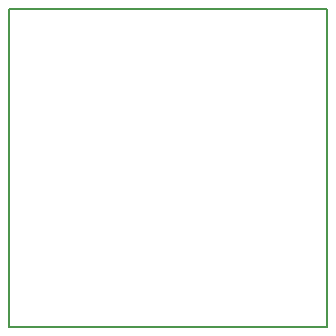
<source format=gbr>
G04 #@! TF.GenerationSoftware,KiCad,Pcbnew,(5.0.1)-rc2*
G04 #@! TF.CreationDate,2019-05-10T17:14:01-07:00*
G04 #@! TF.ProjectId,bullercounter,62756C6C6572636F756E7465722E6B69,rev?*
G04 #@! TF.SameCoordinates,Original*
G04 #@! TF.FileFunction,Profile,NP*
%FSLAX46Y46*%
G04 Gerber Fmt 4.6, Leading zero omitted, Abs format (unit mm)*
G04 Created by KiCad (PCBNEW (5.0.1)-rc2) date 5/10/2019 5:14:01 PM*
%MOMM*%
%LPD*%
G01*
G04 APERTURE LIST*
%ADD10C,0.150000*%
G04 APERTURE END LIST*
D10*
X206756000Y-103124000D02*
X179832000Y-103124000D01*
X206756000Y-130048000D02*
X206756000Y-103124000D01*
X179832000Y-130048000D02*
X206756000Y-130048000D01*
X179832000Y-103124000D02*
X179832000Y-130048000D01*
M02*

</source>
